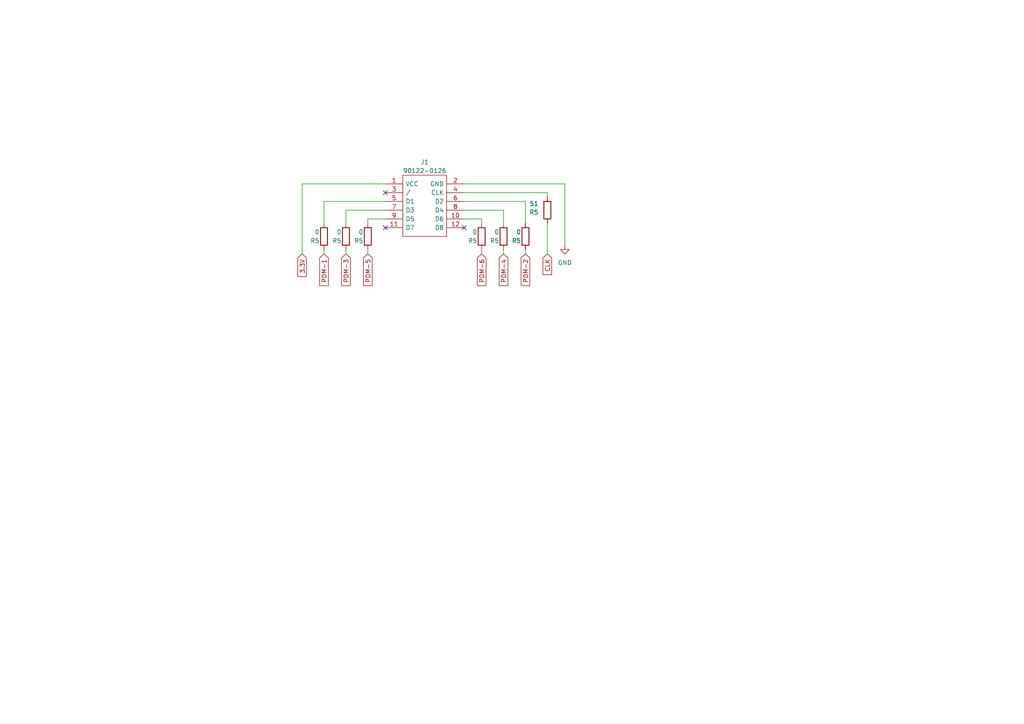
<source format=kicad_sch>
(kicad_sch (version 20230121) (generator eeschema)
  (paper "A4")
  (lib_symbols
    (symbol "Device:R" (pin_numbers hide) (pin_names (offset 0))
      (property "Reference" "R" (at 2.032 0 90))
      (property "Value" "R" (at 0 0 90))
      (symbol "R_0_1"
        (rectangle (start -1.016 -2.54) (end 1.016 2.54) (stroke (width 0.254)))
      )
      (symbol "R_1_1"
        (pin passive line (at 0 3.81 270) (length 1.27) (name "~") (number "1"))
        (pin passive line (at 0 -3.81 90) (length 1.27) (name "~") (number "2"))
      )
    )
    (symbol "SensU_Microphone_parts:90122-0126" (pin_names (offset 0.762))
      (property "Reference" "J" (at 6.35 -16.51 0))
      (property "Value" "90122-0126" (at 5.08 3.81 0))
      (symbol "90122-0126_0_1"
        (polyline (pts (xy 5.08 2.54) (xy 17.78 2.54) (xy 17.78 -15.24) (xy 5.08 -15.24) (xy 5.08 2.54)) (stroke (width 0.1524)))
      )
      (symbol "90122-0126_1_0"
        (pin power_in line (at 0 0 0) (length 5.08) (name "VCC") (number "1"))
        (pin output line (at 22.86 -10.16 180) (length 5.08) (name "D6") (number "10"))
        (pin output line (at 0 -12.7 0) (length 5.08) (name "D7") (number "11"))
        (pin output line (at 22.86 -12.7 180) (length 5.08) (name "D8") (number "12"))
        (pin power_in line (at 22.86 0 180) (length 5.08) (name "GND") (number "2"))
        (pin tri_state line (at 0 -2.54 0) (length 5.08) (name "/") (number "3"))
        (pin input line (at 22.86 -2.54 180) (length 5.08) (name "CLK") (number "4"))
        (pin output line (at 0 -5.08 0) (length 5.08) (name "D1") (number "5"))
        (pin output line (at 22.86 -5.08 180) (length 5.08) (name "D2") (number "6"))
        (pin output line (at 0 -7.62 0) (length 5.08) (name "D3") (number "7"))
        (pin output line (at 22.86 -7.62 180) (length 5.08) (name "D4") (number "8"))
        (pin output line (at 0 -10.16 0) (length 5.08) (name "D5") (number "9"))
      )
    )
    (symbol "power:GND" (power) (pin_names (offset 0))
      (property "Value" "GND" (at 0 -3.81 0))
      (symbol "GND_0_1"
        (polyline (pts (xy 0 0) (xy 0 -1.27) (xy 1.27 -1.27) (xy 0 -2.54) (xy -1.27 -1.27) (xy 0 -1.27)))
      )
      (symbol "GND_1_1"
        (pin power_in line (at 0 0 270) (length 0) hide (name "GND") (number "1"))
      )
    )
  )
  (no_connect (at 111.76 66.04))
  (no_connect (at 111.76 55.88))
  (no_connect (at 134.62 66.04))
  (wire (pts (xy 134.62 63.5) (xy 139.7 63.5)))
  (wire (pts (xy 93.98 64.77) (xy 93.98 58.42)))
  (wire (pts (xy 106.68 64.77) (xy 106.68 63.5)))
  (wire (pts (xy 163.83 71.12) (xy 163.83 53.34)))
  (wire (pts (xy 100.33 64.77) (xy 100.33 60.96)))
  (wire (pts (xy 158.75 64.77) (xy 158.75 73.66)))
  (wire (pts (xy 134.62 60.96) (xy 146.05 60.96)))
  (wire (pts (xy 146.05 73.66) (xy 146.05 72.39)))
  (wire (pts (xy 93.98 58.42) (xy 111.76 58.42)))
  (wire (pts (xy 146.05 64.77) (xy 146.05 60.96)))
  (wire (pts (xy 139.7 73.66) (xy 139.7 72.39)))
  (wire (pts (xy 87.63 53.34) (xy 111.76 53.34)))
  (wire (pts (xy 152.4 58.42) (xy 152.4 64.77)))
  (wire (pts (xy 100.33 60.96) (xy 111.76 60.96)))
  (wire (pts (xy 100.33 73.66) (xy 100.33 72.39)))
  (wire (pts (xy 139.7 64.77) (xy 139.7 63.5)))
  (wire (pts (xy 152.4 72.39) (xy 152.4 73.66)))
  (wire (pts (xy 87.63 73.66) (xy 87.63 53.34)))
  (wire (pts (xy 158.75 55.88) (xy 158.75 57.15)))
  (wire (pts (xy 134.62 55.88) (xy 158.75 55.88)))
  (wire (pts (xy 106.68 63.5) (xy 111.76 63.5)))
  (wire (pts (xy 106.68 73.66) (xy 106.68 72.39)))
  (wire (pts (xy 134.62 58.42) (xy 152.4 58.42)))
  (wire (pts (xy 134.62 53.34) (xy 163.83 53.34)))
  (wire (pts (xy 93.98 73.66) (xy 93.98 72.39)))
  (global_label "PDM-5" (shape input) (at 106.68 73.66 270) (property "Intersheetrefs" "${INTERSHEET_REFS}" (effects hide)))
  (global_label "PDM-6" (shape input) (at 139.7 73.66 270) (property "Intersheetrefs" "${INTERSHEET_REFS}" (effects hide)))
  (global_label "3.3V" (shape input) (at 87.63 73.66 270) (property "Intersheetrefs" "${INTERSHEET_REFS}" (effects hide)))
  (global_label "PDM-4" (shape input) (at 146.05 73.66 270) (property "Intersheetrefs" "${INTERSHEET_REFS}" (effects hide)))
  (global_label "PDM-1" (shape input) (at 93.98 73.66 270) (property "Intersheetrefs" "${INTERSHEET_REFS}" (effects hide)))
  (global_label "PDM-2" (shape input) (at 152.4 73.66 270) (property "Intersheetrefs" "${INTERSHEET_REFS}" (effects hide)))
  (global_label "PDM-3" (shape input) (at 100.33 73.66 270) (property "Intersheetrefs" "${INTERSHEET_REFS}" (effects hide)))
  (global_label "CLK" (shape input) (at 158.75 73.66 270) (property "Intersheetrefs" "${INTERSHEET_REFS}" (effects hide)))
  (symbol (lib_id "Device:R") (at 158.75 60.96 180) (unit 1)
    (property "Reference" "R5" (at 156.21 61.595 0) (effects (justify left)))
    (property "Value" "51" (at 156.21 59.055 0) (effects (justify left)))
    (property "Footprint" "Resistor_SMD:R_0603_1608Metric_Pad0.98x0.95mm_HandSolder" (effects hide))
  )
  (symbol (lib_id "Device:R") (at 93.98 68.58 180) (unit 1)
    (property "Reference" "R5" (at 92.71 69.85 0) (effects (justify left)))
    (property "Value" "0" (at 92.71 67.31 0) (effects (justify left)))
    (property "Footprint" "Resistor_SMD:R_0603_1608Metric_Pad0.98x0.95mm_HandSolder" (effects hide))
    (instances (project "SenseU_Microphoneboard" (path "" (reference "R5") (unit 1)) (path "" (reference "R11") (unit 1))))
  )
  (symbol (lib_id "Device:R") (at 106.68 68.58 180) (unit 1)
    (property "Reference" "R5" (at 105.41 69.85 0) (effects (justify left)))
    (property "Value" "0" (at 105.41 67.31 0) (effects (justify left)))
    (property "Footprint" "Resistor_SMD:R_0603_1608Metric_Pad0.98x0.95mm_HandSolder" (effects hide))
    (instances (project "SenseU_Microphoneboard" (path "" (reference "R5") (unit 1)) (path "" (reference "R9") (unit 1))))
  )
  (symbol (lib_id "Device:R") (at 146.05 68.58 180) (unit 1)
    (property "Reference" "R5" (at 144.78 69.85 0) (effects (justify left)))
    (property "Value" "0" (at 144.78 67.31 0) (effects (justify left)))
    (property "Footprint" "Resistor_SMD:R_0603_1608Metric_Pad0.98x0.95mm_HandSolder" (effects hide))
    (instances (project "SenseU_Microphoneboard" (path "" (reference "R5") (unit 1)) (path "" (reference "R7") (unit 1))))
  )
  (symbol (lib_id "power:GND") (at 163.83 71.12 0) (unit 1)
    (property "Reference" "#PWR010" (effects hide))
    (property "Value" "GND" (at 163.83 76.2 0))
  )
  (symbol (lib_id "Device:R") (at 100.33 68.58 180) (unit 1)
    (property "Reference" "R5" (at 99.06 69.85 0) (effects (justify left)))
    (property "Value" "0" (at 99.06 67.31 0) (effects (justify left)))
    (property "Footprint" "Resistor_SMD:R_0603_1608Metric_Pad0.98x0.95mm_HandSolder" (effects hide))
    (instances (project "SenseU_Microphoneboard" (path "" (reference "R5") (unit 1)) (path "" (reference "R10") (unit 1))))
  )
  (symbol (lib_id "Device:R") (at 152.4 68.58 180) (unit 1)
    (property "Reference" "R5" (at 151.13 69.85 0) (effects (justify left)))
    (property "Value" "0" (at 151.13 67.31 0) (effects (justify left)))
    (property "Footprint" "Resistor_SMD:R_0603_1608Metric_Pad0.98x0.95mm_HandSolder" (effects hide))
    (instances (project "SenseU_Microphoneboard" (path "" (reference "R5") (unit 1)) (path "" (reference "R6") (unit 1))))
  )
  (symbol (lib_id "SensU_Microphone_parts:90122-0126") (at 111.76 53.34 0) (unit 1)
    (property "Reference" "J1" (at 123.19 46.99 0))
    (property "Value" "90122-0126" (at 123.19 49.53 0))
    (property "Footprint" "SenseU_Microphoneboard:12PIN_2-ROW_RIGHT-ANGLE_90122-0126" (effects hide))
    (property "Datasheet" "https://componentsearchengine.com/Datasheets/2/90122-0126.pdf" (effects hide))
    (property "Description" "Headers & Wire Housings 2.54MM CGRIDIII HDR 12P R/A DR TIN" (effects hide))
    (property "Height" "6.15" (effects hide))
    (property "Mouser Part Number" "538-90122-0126" (effects hide))
    (property "Mouser Price/Stock" "https://www.mouser.co.uk/ProductDetail/Molex/90122-0126?qs=PvP5v7Eimsm0iCqn6boA0w%3D%3D" (effects hide))
    (property "Manufacturer_Name" "Molex" (effects hide))
    (property "Manufacturer_Part_Number" "90122-0126" (effects hide))
  )
  (symbol (lib_id "Device:R") (at 139.7 68.58 180) (unit 1)
    (property "Reference" "R5" (at 138.43 69.85 0) (effects (justify left)))
    (property "Value" "0" (at 138.43 67.31 0) (effects (justify left)))
    (property "Footprint" "Resistor_SMD:R_0603_1608Metric_Pad0.98x0.95mm_HandSolder" (effects hide))
    (instances (project "SenseU_Microphoneboard" (path "" (reference "R5") (unit 1)) (path "" (reference "R8") (unit 1))))
  )
)
</source>
